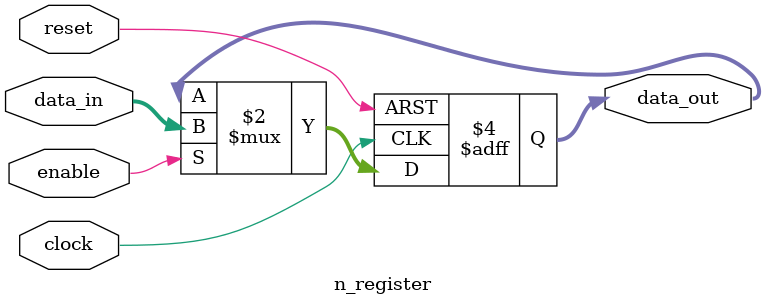
<source format=sv>

module n_register #(parameter N=8)(input logic clock,input logic reset, input logic enable,input logic [N-1:0] data_in,output logic [N-1:0] data_out );

    always @(posedge clock or posedge reset) begin
        if (reset)
         begin
            data_out <= 0; 
        end 
        else if (enable)
         begin
            data_out <= data_in; 
        end
    end
endmodule
    
</source>
